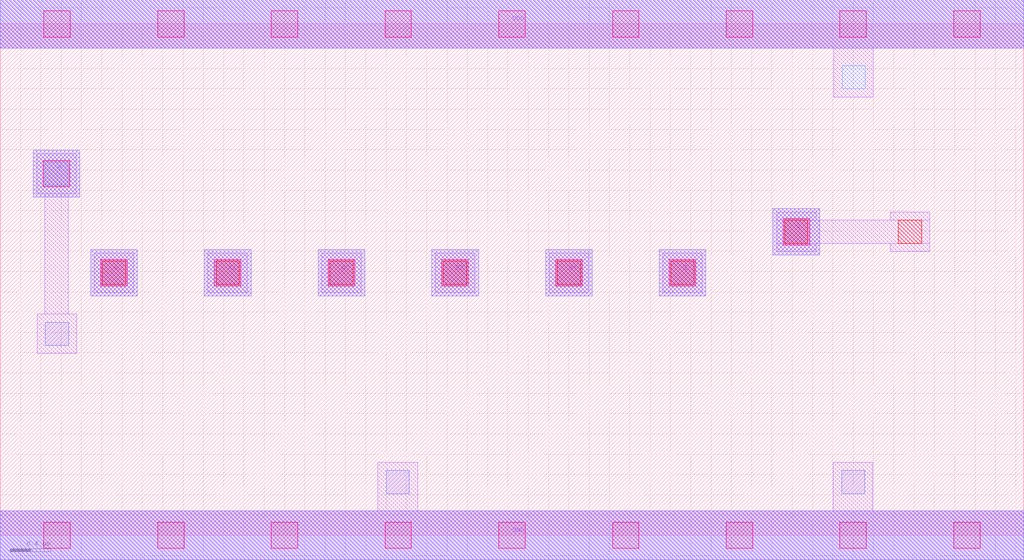
<source format=lef>
MACRO AAOI331
 CLASS CORE ;
 FOREIGN AAOI331 0 0 ;
 SIZE 10.08 BY 5.04 ;
 ORIGIN 0 0 ;
 SYMMETRY X Y R90 ;
 SITE unit ;
  PIN VDD
   DIRECTION INOUT ;
   USE POWER ;
   SHAPE ABUTMENT ;
    PORT
     CLASS CORE ;
       LAYER met1 ;
        RECT 0.00000000 4.80000000 10.08000000 5.28000000 ;
       LAYER met2 ;
        RECT 0.00000000 4.80000000 10.08000000 5.28000000 ;
    END
  END VDD

  PIN GND
   DIRECTION INOUT ;
   USE POWER ;
   SHAPE ABUTMENT ;
    PORT
     CLASS CORE ;
       LAYER met1 ;
        RECT 0.00000000 -0.24000000 10.08000000 0.24000000 ;
       LAYER met2 ;
        RECT 0.00000000 -0.24000000 10.08000000 0.24000000 ;
    END
  END GND

  PIN Y
   DIRECTION INOUT ;
   USE SIGNAL ;
   SHAPE ABUTMENT ;
    PORT
     CLASS CORE ;
       LAYER met2 ;
        RECT 0.32500000 3.33500000 0.78500000 3.79500000 ;
    END
  END Y

  PIN B1
   DIRECTION INOUT ;
   USE SIGNAL ;
   SHAPE ABUTMENT ;
    PORT
     CLASS CORE ;
       LAYER met2 ;
        RECT 5.37000000 2.35700000 5.83000000 2.81700000 ;
    END
  END B1

  PIN B2
   DIRECTION INOUT ;
   USE SIGNAL ;
   SHAPE ABUTMENT ;
    PORT
     CLASS CORE ;
       LAYER met2 ;
        RECT 4.25000000 2.35700000 4.71000000 2.81700000 ;
    END
  END B2

  PIN C
   DIRECTION INOUT ;
   USE SIGNAL ;
   SHAPE ABUTMENT ;
    PORT
     CLASS CORE ;
       LAYER met2 ;
        RECT 7.61000000 2.76200000 8.07000000 3.22200000 ;
    END
  END C

  PIN A
   DIRECTION INOUT ;
   USE SIGNAL ;
   SHAPE ABUTMENT ;
    PORT
     CLASS CORE ;
       LAYER met2 ;
        RECT 0.89000000 2.35700000 1.35000000 2.81700000 ;
    END
  END A

  PIN A2
   DIRECTION INOUT ;
   USE SIGNAL ;
   SHAPE ABUTMENT ;
    PORT
     CLASS CORE ;
       LAYER met2 ;
        RECT 3.13000000 2.35700000 3.59000000 2.81700000 ;
    END
  END A2

  PIN A1
   DIRECTION INOUT ;
   USE SIGNAL ;
   SHAPE ABUTMENT ;
    PORT
     CLASS CORE ;
       LAYER met2 ;
        RECT 2.01000000 2.35700000 2.47000000 2.81700000 ;
    END
  END A1

  PIN B
   DIRECTION INOUT ;
   USE SIGNAL ;
   SHAPE ABUTMENT ;
    PORT
     CLASS CORE ;
       LAYER met2 ;
        RECT 6.49000000 2.35700000 6.95000000 2.81700000 ;
    END
  END B

 OBS
    LAYER polycont ;
     RECT 1.00500000 2.47200000 1.23500000 2.70200000 ;
     RECT 2.12500000 2.47200000 2.35500000 2.70200000 ;
     RECT 3.24500000 2.47200000 3.47500000 2.70200000 ;
     RECT 4.36500000 2.47200000 4.59500000 2.70200000 ;
     RECT 5.48500000 2.47200000 5.71500000 2.70200000 ;
     RECT 6.60500000 2.47200000 6.83500000 2.70200000 ;
     RECT 7.72500000 2.87700000 7.95500000 3.10700000 ;
     RECT 8.84500000 2.87700000 9.07500000 3.10700000 ;

    LAYER pdiffc ;
     RECT 0.44000000 3.45000000 0.67000000 3.68000000 ;
     RECT 8.29000000 4.40000000 8.52000000 4.63000000 ;

    LAYER ndiffc ;
     RECT 3.80000000 0.41000000 4.03000000 0.64000000 ;
     RECT 8.28500000 0.41000000 8.51500000 0.64000000 ;
     RECT 0.44500000 1.87000000 0.67500000 2.10000000 ;

    LAYER met1 ;
     RECT 0.00000000 -0.24000000 10.08000000 0.24000000 ;
     RECT 3.72000000 0.24000000 4.11000000 0.72000000 ;
     RECT 8.20500000 0.24000000 8.59500000 0.72000000 ;
     RECT 0.92500000 2.39200000 1.31500000 2.78200000 ;
     RECT 2.04500000 2.39200000 2.43500000 2.78200000 ;
     RECT 3.16500000 2.39200000 3.55500000 2.78200000 ;
     RECT 4.28500000 2.39200000 4.67500000 2.78200000 ;
     RECT 5.40500000 2.39200000 5.79500000 2.78200000 ;
     RECT 6.52500000 2.39200000 6.91500000 2.78200000 ;
     RECT 7.64500000 2.79700000 8.03500000 2.87700000 ;
     RECT 8.76500000 2.79700000 9.15500000 2.87700000 ;
     RECT 7.64500000 2.87700000 9.15500000 3.10700000 ;
     RECT 7.64500000 3.10700000 8.03500000 3.18700000 ;
     RECT 8.76500000 3.10700000 9.15500000 3.18700000 ;
     RECT 0.36500000 1.79000000 0.75500000 2.18000000 ;
     RECT 0.44000000 2.18000000 0.67000000 3.37000000 ;
     RECT 0.36000000 3.37000000 0.75000000 3.76000000 ;
     RECT 8.21000000 4.32000000 8.60000000 4.80000000 ;
     RECT 0.00000000 4.80000000 10.08000000 5.28000000 ;

    LAYER via1 ;
     RECT 0.43000000 -0.13000000 0.69000000 0.13000000 ;
     RECT 1.55000000 -0.13000000 1.81000000 0.13000000 ;
     RECT 2.67000000 -0.13000000 2.93000000 0.13000000 ;
     RECT 3.79000000 -0.13000000 4.05000000 0.13000000 ;
     RECT 4.91000000 -0.13000000 5.17000000 0.13000000 ;
     RECT 6.03000000 -0.13000000 6.29000000 0.13000000 ;
     RECT 7.15000000 -0.13000000 7.41000000 0.13000000 ;
     RECT 8.27000000 -0.13000000 8.53000000 0.13000000 ;
     RECT 9.39000000 -0.13000000 9.65000000 0.13000000 ;
     RECT 0.99000000 2.45700000 1.25000000 2.71700000 ;
     RECT 2.11000000 2.45700000 2.37000000 2.71700000 ;
     RECT 3.23000000 2.45700000 3.49000000 2.71700000 ;
     RECT 4.35000000 2.45700000 4.61000000 2.71700000 ;
     RECT 5.47000000 2.45700000 5.73000000 2.71700000 ;
     RECT 6.59000000 2.45700000 6.85000000 2.71700000 ;
     RECT 7.71000000 2.86200000 7.97000000 3.12200000 ;
     RECT 0.42500000 3.43500000 0.68500000 3.69500000 ;
     RECT 0.43000000 4.91000000 0.69000000 5.17000000 ;
     RECT 1.55000000 4.91000000 1.81000000 5.17000000 ;
     RECT 2.67000000 4.91000000 2.93000000 5.17000000 ;
     RECT 3.79000000 4.91000000 4.05000000 5.17000000 ;
     RECT 4.91000000 4.91000000 5.17000000 5.17000000 ;
     RECT 6.03000000 4.91000000 6.29000000 5.17000000 ;
     RECT 7.15000000 4.91000000 7.41000000 5.17000000 ;
     RECT 8.27000000 4.91000000 8.53000000 5.17000000 ;
     RECT 9.39000000 4.91000000 9.65000000 5.17000000 ;

    LAYER met2 ;
     RECT 0.00000000 -0.24000000 10.08000000 0.24000000 ;
     RECT 0.89000000 2.35700000 1.35000000 2.81700000 ;
     RECT 2.01000000 2.35700000 2.47000000 2.81700000 ;
     RECT 3.13000000 2.35700000 3.59000000 2.81700000 ;
     RECT 4.25000000 2.35700000 4.71000000 2.81700000 ;
     RECT 5.37000000 2.35700000 5.83000000 2.81700000 ;
     RECT 6.49000000 2.35700000 6.95000000 2.81700000 ;
     RECT 7.61000000 2.76200000 8.07000000 3.22200000 ;
     RECT 0.32500000 3.33500000 0.78500000 3.79500000 ;
     RECT 0.00000000 4.80000000 10.08000000 5.28000000 ;

 END
END AAOI331

</source>
